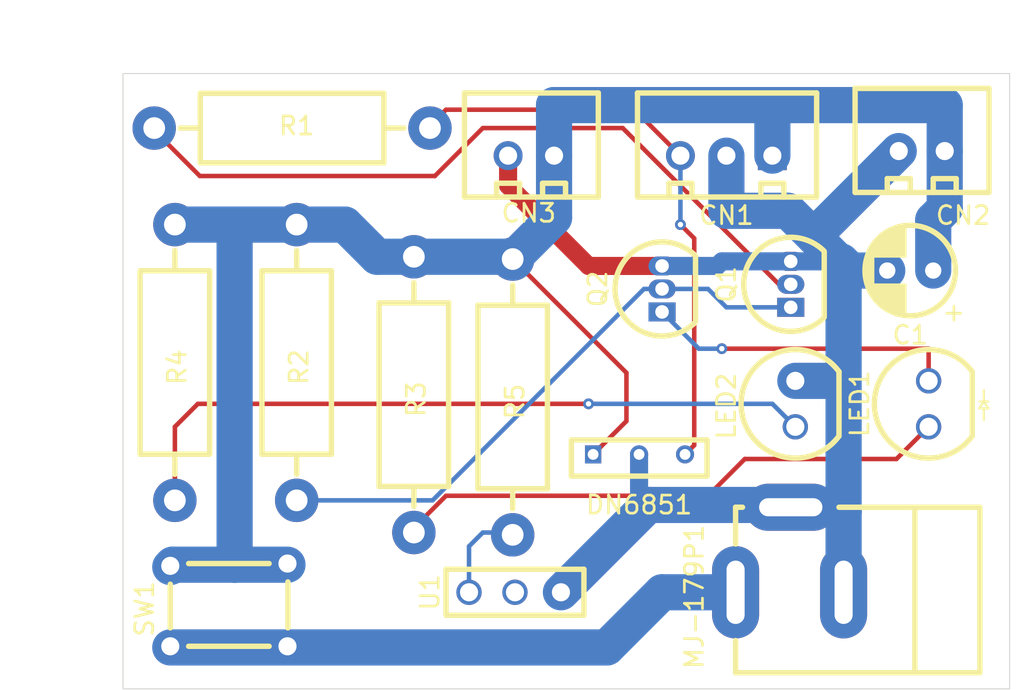
<source format=kicad_pcb>
(kicad_pcb (version 20171130) (host pcbnew "(5.1.10)-1")

  (general
    (thickness 1.6)
    (drawings 6)
    (tracks 92)
    (zones 0)
    (modules 17)
    (nets 11)
  )

  (page A4)
  (layers
    (0 F.Cu signal)
    (31 B.Cu signal)
    (32 B.Adhes user)
    (33 F.Adhes user)
    (34 B.Paste user)
    (35 F.Paste user)
    (36 B.SilkS user)
    (37 F.SilkS user)
    (38 B.Mask user)
    (39 F.Mask user)
    (40 Dwgs.User user)
    (41 Cmts.User user)
    (42 Eco1.User user)
    (43 Eco2.User user)
    (44 Edge.Cuts user)
    (45 Margin user)
    (46 B.CrtYd user)
    (47 F.CrtYd user)
    (48 B.Fab user)
    (49 F.Fab user)
  )

  (setup
    (last_trace_width 0.25)
    (trace_clearance 0.2)
    (zone_clearance 0.508)
    (zone_45_only no)
    (trace_min 0.2)
    (via_size 0.8)
    (via_drill 0.4)
    (via_min_size 0.4)
    (via_min_drill 0.3)
    (uvia_size 0.3)
    (uvia_drill 0.1)
    (uvias_allowed no)
    (uvia_min_size 0.2)
    (uvia_min_drill 0.1)
    (edge_width 0.05)
    (segment_width 0.2)
    (pcb_text_width 0.3)
    (pcb_text_size 1.5 1.5)
    (mod_edge_width 0.12)
    (mod_text_size 1 1)
    (mod_text_width 0.15)
    (pad_size 1.524 1.524)
    (pad_drill 0.762)
    (pad_to_mask_clearance 0)
    (aux_axis_origin 0 0)
    (visible_elements 7FFFFFFF)
    (pcbplotparams
      (layerselection 0x010fc_ffffffff)
      (usegerberextensions false)
      (usegerberattributes true)
      (usegerberadvancedattributes true)
      (creategerberjobfile true)
      (excludeedgelayer true)
      (linewidth 0.100000)
      (plotframeref false)
      (viasonmask false)
      (mode 1)
      (useauxorigin false)
      (hpglpennumber 1)
      (hpglpenspeed 20)
      (hpglpendiameter 15.000000)
      (psnegative false)
      (psa4output false)
      (plotreference true)
      (plotvalue true)
      (plotinvisibletext false)
      (padsonsilk false)
      (subtractmaskfromsilk false)
      (outputformat 1)
      (mirror false)
      (drillshape 1)
      (scaleselection 1)
      (outputdirectory ""))
  )

  (net 0 "")
  (net 1 GND)
  (net 2 +9V)
  (net 3 "Net-(CN1-Pad3)")
  (net 4 "Net-(MJ-179P1-Pad1)")
  (net 5 "Net-(Q1-Pad1)")
  (net 6 "Net-(Q1-Pad2)")
  (net 7 "Net-(R5-Pad2)")
  (net 8 "Net-(LED1-Pad1)")
  (net 9 "Net-(LED1-Pad2)")
  (net 10 "Net-(LED2-Pad2)")

  (net_class Default "This is the default net class."
    (clearance 0.2)
    (trace_width 0.25)
    (via_dia 0.8)
    (via_drill 0.4)
    (uvia_dia 0.3)
    (uvia_drill 0.1)
    (add_net +9V)
    (add_net GND)
    (add_net "Net-(CN1-Pad3)")
    (add_net "Net-(LED1-Pad1)")
    (add_net "Net-(LED1-Pad2)")
    (add_net "Net-(LED2-Pad2)")
    (add_net "Net-(MJ-179P1-Pad1)")
    (add_net "Net-(Q1-Pad1)")
    (add_net "Net-(Q1-Pad2)")
    (add_net "Net-(R5-Pad2)")
  )

  (module socket:socket-3pins (layer F.Cu) (tedit 60CFF223) (tstamp 60CEFFE7)
    (at 147.066 97.536 90)
    (path /60CEBEF9)
    (fp_text reference U1 (at 0 -4.699 90) (layer F.SilkS)
      (effects (font (size 1 1) (thickness 0.15)))
    )
    (fp_text value coil (at 0 4.953 90) (layer F.Fab)
      (effects (font (size 1 1) (thickness 0.15)))
    )
    (fp_line (start 1.27 3.81) (end 1.27 -3.81) (layer F.SilkS) (width 0.3))
    (fp_line (start -1.27 3.81) (end -1.27 -3.81) (layer F.SilkS) (width 0.3))
    (fp_line (start 1.27 3.81) (end -1.27 3.81) (layer F.SilkS) (width 0.3))
    (fp_line (start 1.27 -3.81) (end -1.27 -3.81) (layer F.SilkS) (width 0.3))
    (pad 3 thru_hole circle (at 0 2.54 90) (size 1.4 1.4) (drill 1) (layers *.Cu *.Mask)
      (net 1 GND))
    (pad 2 thru_hole circle (at 0 0 90) (size 1.4 1.4) (drill 1) (layers *.Cu *.Mask))
    (pad 1 thru_hole circle (at 0 -2.54 90) (size 1.4 1.4) (drill 1) (layers *.Cu *.Mask)
      (net 7 "Net-(R5-Pad2)"))
  )

  (module Package_TO_SOT_THT:TO-92_Inline (layer F.Cu) (tedit 60CFF1CE) (tstamp 60CEFF55)
    (at 155.194 82.042 90)
    (descr "TO-92 leads in-line, narrow, oval pads, drill 0.75mm (see NXP sot054_po.pdf)")
    (tags "to-92 sc-43 sc-43a sot54 PA33 transistor")
    (path /60D57C4B)
    (fp_text reference Q2 (at 1.27 -3.56 90) (layer F.SilkS)
      (effects (font (size 1 1) (thickness 0.15)))
    )
    (fp_text value 2SC1815 (at 1.27 2.79 90) (layer F.Fab)
      (effects (font (size 1 1) (thickness 0.15)))
    )
    (fp_arc (start 1.27 0) (end 1.27 -2.6) (angle 135) (layer F.SilkS) (width 0.3))
    (fp_arc (start 1.27 0) (end 1.27 -2.48) (angle -135) (layer F.Fab) (width 0.1))
    (fp_arc (start 1.27 0) (end 1.27 -2.6) (angle -135) (layer F.SilkS) (width 0.3))
    (fp_arc (start 1.27 0) (end 1.27 -2.48) (angle 135) (layer F.Fab) (width 0.1))
    (fp_text user %R (at 1.27 0 90) (layer F.Fab)
      (effects (font (size 1 1) (thickness 0.15)))
    )
    (fp_line (start -0.53 1.85) (end 3.07 1.85) (layer F.SilkS) (width 0.3))
    (fp_line (start -0.5 1.75) (end 3 1.75) (layer F.Fab) (width 0.1))
    (fp_line (start -1.46 -2.73) (end 4 -2.73) (layer F.CrtYd) (width 0.05))
    (fp_line (start -1.46 -2.73) (end -1.46 2.01) (layer F.CrtYd) (width 0.05))
    (fp_line (start 4 2.01) (end 4 -2.73) (layer F.CrtYd) (width 0.05))
    (fp_line (start 4 2.01) (end -1.46 2.01) (layer F.CrtYd) (width 0.05))
    (pad 1 thru_hole rect (at 0 0 90) (size 1.05 1.5) (drill 0.75) (layers *.Cu *.Mask)
      (net 8 "Net-(LED1-Pad1)"))
    (pad 3 thru_hole oval (at 2.54 0 90) (size 1.05 1.5) (drill 0.75) (layers *.Cu *.Mask)
      (net 1 GND))
    (pad 2 thru_hole oval (at 1.27 0 90) (size 1.05 1.5) (drill 0.75) (layers *.Cu *.Mask)
      (net 5 "Net-(Q1-Pad1)"))
    (model ${KISYS3DMOD}/Package_TO_SOT_THT.3dshapes/TO-92_Inline.wrl
      (at (xyz 0 0 0))
      (scale (xyz 1 1 1))
      (rotate (xyz 0 0 0))
    )
  )

  (module Package_TO_SOT_THT:TO-92_Inline (layer F.Cu) (tedit 60CFF1B3) (tstamp 60CEFF43)
    (at 162.306 81.788 90)
    (descr "TO-92 leads in-line, narrow, oval pads, drill 0.75mm (see NXP sot054_po.pdf)")
    (tags "to-92 sc-43 sc-43a sot54 PA33 transistor")
    (path /60D51530)
    (fp_text reference Q1 (at 1.27 -3.56 90) (layer F.SilkS)
      (effects (font (size 1 1) (thickness 0.15)))
    )
    (fp_text value 2SC1815 (at 1.27 2.79 90) (layer F.Fab)
      (effects (font (size 1 1) (thickness 0.15)))
    )
    (fp_arc (start 1.27 0) (end 1.27 -2.6) (angle 135) (layer F.SilkS) (width 0.3))
    (fp_arc (start 1.27 0) (end 1.27 -2.48) (angle -135) (layer F.Fab) (width 0.1))
    (fp_arc (start 1.27 0) (end 1.27 -2.6) (angle -135) (layer F.SilkS) (width 0.3))
    (fp_arc (start 1.27 0) (end 1.27 -2.48) (angle 135) (layer F.Fab) (width 0.1))
    (fp_text user %R (at 1.27 0 90) (layer F.Fab)
      (effects (font (size 1 1) (thickness 0.15)))
    )
    (fp_line (start -0.53 1.85) (end 3.07 1.85) (layer F.SilkS) (width 0.3))
    (fp_line (start -0.5 1.75) (end 3 1.75) (layer F.Fab) (width 0.1))
    (fp_line (start -1.46 -2.73) (end 4 -2.73) (layer F.CrtYd) (width 0.05))
    (fp_line (start -1.46 -2.73) (end -1.46 2.01) (layer F.CrtYd) (width 0.05))
    (fp_line (start 4 2.01) (end 4 -2.73) (layer F.CrtYd) (width 0.05))
    (fp_line (start 4 2.01) (end -1.46 2.01) (layer F.CrtYd) (width 0.05))
    (pad 1 thru_hole rect (at 0 0 90) (size 1.05 1.5) (drill 0.75) (layers *.Cu *.Mask)
      (net 5 "Net-(Q1-Pad1)"))
    (pad 3 thru_hole oval (at 2.54 0 90) (size 1.05 1.5) (drill 0.75) (layers *.Cu *.Mask)
      (net 1 GND))
    (pad 2 thru_hole oval (at 1.27 0 90) (size 1.05 1.5) (drill 0.75) (layers *.Cu *.Mask)
      (net 6 "Net-(Q1-Pad2)"))
    (model ${KISYS3DMOD}/Package_TO_SOT_THT.3dshapes/TO-92_Inline.wrl
      (at (xyz 0 0 0))
      (scale (xyz 1 1 1))
      (rotate (xyz 0 0 0))
    )
  )

  (module Switch_skhhby:SKHHBY (layer F.Cu) (tedit 60CFEFF2) (tstamp 60D06D2A)
    (at 131.318 98.2345 90)
    (path /60CD4B48)
    (fp_text reference SW1 (at -0.2159 -4.7244 90) (layer F.SilkS)
      (effects (font (size 1 1) (thickness 0.15)))
    )
    (fp_text value SKHHBY (at 0 5.334 90) (layer F.Fab)
      (effects (font (size 1 1) (thickness 0.15)))
    )
    (fp_line (start -1.27 3.198) (end 1.27 3.198) (layer F.SilkS) (width 0.3))
    (fp_line (start 2.286 -2.286) (end 2.286 2.159) (layer F.SilkS) (width 0.3))
    (fp_line (start -2.286 -2.286) (end -2.286 2.159) (layer F.SilkS) (width 0.3))
    (fp_line (start -1.27 -3.302) (end 1.143 -3.302) (layer F.SilkS) (width 0.3))
    (pad 1 thru_hole circle (at -2.286 -3.302 90) (size 1.7 1.7) (drill 1) (layers *.Cu *.Mask)
      (net 4 "Net-(MJ-179P1-Pad1)"))
    (pad 3 thru_hole circle (at 2.159 -3.302 90) (size 1.7 1.7) (drill 1) (layers *.Cu *.Mask)
      (net 2 +9V))
    (pad 2 thru_hole circle (at -2.286 3.175 90) (size 1.7 1.7) (drill 1) (layers *.Cu *.Mask)
      (net 4 "Net-(MJ-179P1-Pad1)"))
    (pad 4 thru_hole circle (at 2.286 3.175 90) (size 1.7 1.7) (drill 1) (layers *.Cu *.Mask)
      (net 2 +9V))
  )

  (module dn6851:DN6851 (layer F.Cu) (tedit 60CFEF84) (tstamp 60CEFF1B)
    (at 153.924 89.916 90)
    (path /60CC7EAF)
    (fp_text reference DN6851 (at -2.794 0 180) (layer F.SilkS)
      (effects (font (size 1 1) (thickness 0.15)))
    )
    (fp_text value DN685 (at 0 3.556 90) (layer F.Fab)
      (effects (font (size 1 1) (thickness 0.15)))
    )
    (fp_line (start 0.762 -3.74) (end -1.2 -3.74) (layer F.SilkS) (width 0.3))
    (fp_line (start 0.8 -3.74) (end 0.8 3.7592) (layer F.SilkS) (width 0.3))
    (fp_line (start 0.8 3.7592) (end -1.2 3.7592) (layer F.SilkS) (width 0.3))
    (fp_line (start -1.2 -3.74) (end -1.2 3.7592) (layer F.SilkS) (width 0.3))
    (pad 1 thru_hole rect (at 0 -2.54 90) (size 1 0.9) (drill 0.6) (layers *.Cu *.Mask)
      (net 2 +9V))
    (pad 2 thru_hole circle (at 0 0 90) (size 1 1) (drill 0.6) (layers *.Cu *.Mask)
      (net 1 GND))
    (pad 3 thru_hole circle (at 0 2.54 90) (size 1 1) (drill 0.6) (layers *.Cu *.Mask)
      (net 3 "Net-(CN1-Pad3)"))
  )

  (module R:R (layer F.Cu) (tedit 60CFE3D8) (tstamp 60D05A2B)
    (at 146.939 79.121 270)
    (path /60D144BA)
    (fp_text reference R5 (at 7.874 -0.127 90) (layer F.SilkS)
      (effects (font (size 1 1) (thickness 0.15)))
    )
    (fp_text value 200 (at 7.366 -2.913 90) (layer F.Fab)
      (effects (font (size 1 1) (thickness 0.15)))
    )
    (fp_line (start 0 0) (end 2.67 0) (layer F.Fab) (width 0.1))
    (fp_line (start -1.45 2.05) (end 16.69 2.05) (layer F.CrtYd) (width 0.05))
    (fp_line (start 2.55 -1.92) (end 2.55 1.92) (layer F.SilkS) (width 0.3))
    (fp_line (start 12.69 -1.92) (end 2.55 -1.92) (layer F.SilkS) (width 0.3))
    (fp_line (start 13.8 0) (end 12.69 0) (layer F.SilkS) (width 0.3))
    (fp_line (start 2.67 1.8) (end 12.57 1.8) (layer F.Fab) (width 0.1))
    (fp_line (start -1.45 -2.05) (end -1.45 2.05) (layer F.CrtYd) (width 0.05))
    (fp_line (start 1.44 0) (end 2.55 0) (layer F.SilkS) (width 0.3))
    (fp_line (start 16.69 -2.05) (end -1.45 -2.05) (layer F.CrtYd) (width 0.05))
    (fp_line (start 15.24 0) (end 12.57 0) (layer F.Fab) (width 0.1))
    (fp_line (start 2.67 -1.8) (end 2.67 1.8) (layer F.Fab) (width 0.1))
    (fp_line (start 2.55 1.92) (end 12.69 1.92) (layer F.SilkS) (width 0.3))
    (fp_line (start 12.57 1.8) (end 12.57 -1.8) (layer F.Fab) (width 0.1))
    (fp_line (start 12.57 -1.8) (end 2.67 -1.8) (layer F.Fab) (width 0.1))
    (fp_line (start 12.69 1.92) (end 12.69 -1.92) (layer F.SilkS) (width 0.3))
    (fp_line (start 16.69 2.05) (end 16.69 -2.05) (layer F.CrtYd) (width 0.05))
    (pad 2 thru_hole oval (at 15.24 0 270) (size 2.4 2.4) (drill 1.2) (layers *.Cu *.Mask)
      (net 7 "Net-(R5-Pad2)"))
    (pad 1 thru_hole circle (at 0 0 270) (size 2.4 2.4) (drill 1.2) (layers *.Cu *.Mask)
      (net 2 +9V))
  )

  (module R:R (layer F.Cu) (tedit 60CFE3D8) (tstamp 60D054E5)
    (at 141.478 78.994 270)
    (path /60CD9F22)
    (fp_text reference R3 (at 7.874 -0.127 90) (layer F.SilkS)
      (effects (font (size 1 1) (thickness 0.15)))
    )
    (fp_text value 7.2k (at 7.366 -2.913 90) (layer F.Fab)
      (effects (font (size 1 1) (thickness 0.15)))
    )
    (fp_line (start 0 0) (end 2.67 0) (layer F.Fab) (width 0.1))
    (fp_line (start -1.45 2.05) (end 16.69 2.05) (layer F.CrtYd) (width 0.05))
    (fp_line (start 2.55 -1.92) (end 2.55 1.92) (layer F.SilkS) (width 0.3))
    (fp_line (start 12.69 -1.92) (end 2.55 -1.92) (layer F.SilkS) (width 0.3))
    (fp_line (start 13.8 0) (end 12.69 0) (layer F.SilkS) (width 0.3))
    (fp_line (start 2.67 1.8) (end 12.57 1.8) (layer F.Fab) (width 0.1))
    (fp_line (start -1.45 -2.05) (end -1.45 2.05) (layer F.CrtYd) (width 0.05))
    (fp_line (start 1.44 0) (end 2.55 0) (layer F.SilkS) (width 0.3))
    (fp_line (start 16.69 -2.05) (end -1.45 -2.05) (layer F.CrtYd) (width 0.05))
    (fp_line (start 15.24 0) (end 12.57 0) (layer F.Fab) (width 0.1))
    (fp_line (start 2.67 -1.8) (end 2.67 1.8) (layer F.Fab) (width 0.1))
    (fp_line (start 2.55 1.92) (end 12.69 1.92) (layer F.SilkS) (width 0.3))
    (fp_line (start 12.57 1.8) (end 12.57 -1.8) (layer F.Fab) (width 0.1))
    (fp_line (start 12.57 -1.8) (end 2.67 -1.8) (layer F.Fab) (width 0.1))
    (fp_line (start 12.69 1.92) (end 12.69 -1.92) (layer F.SilkS) (width 0.3))
    (fp_line (start 16.69 2.05) (end 16.69 -2.05) (layer F.CrtYd) (width 0.05))
    (pad 2 thru_hole oval (at 15.24 0 270) (size 2.4 2.4) (drill 1.2) (layers *.Cu *.Mask)
      (net 9 "Net-(LED1-Pad2)"))
    (pad 1 thru_hole circle (at 0 0 270) (size 2.4 2.4) (drill 1.2) (layers *.Cu *.Mask)
      (net 2 +9V))
  )

  (module R:R (layer F.Cu) (tedit 60CFE3D8) (tstamp 60D04DD2)
    (at 135.001 77.216 270)
    (path /60CE4FF8)
    (fp_text reference R2 (at 7.874 -0.127 90) (layer F.SilkS)
      (effects (font (size 1 1) (thickness 0.15)))
    )
    (fp_text value 10k (at 7.366 -2.913 90) (layer F.Fab)
      (effects (font (size 1 1) (thickness 0.15)))
    )
    (fp_line (start 0 0) (end 2.67 0) (layer F.Fab) (width 0.1))
    (fp_line (start -1.45 2.05) (end 16.69 2.05) (layer F.CrtYd) (width 0.05))
    (fp_line (start 2.55 -1.92) (end 2.55 1.92) (layer F.SilkS) (width 0.3))
    (fp_line (start 12.69 -1.92) (end 2.55 -1.92) (layer F.SilkS) (width 0.3))
    (fp_line (start 13.8 0) (end 12.69 0) (layer F.SilkS) (width 0.3))
    (fp_line (start 2.67 1.8) (end 12.57 1.8) (layer F.Fab) (width 0.1))
    (fp_line (start -1.45 -2.05) (end -1.45 2.05) (layer F.CrtYd) (width 0.05))
    (fp_line (start 1.44 0) (end 2.55 0) (layer F.SilkS) (width 0.3))
    (fp_line (start 16.69 -2.05) (end -1.45 -2.05) (layer F.CrtYd) (width 0.05))
    (fp_line (start 15.24 0) (end 12.57 0) (layer F.Fab) (width 0.1))
    (fp_line (start 2.67 -1.8) (end 2.67 1.8) (layer F.Fab) (width 0.1))
    (fp_line (start 2.55 1.92) (end 12.69 1.92) (layer F.SilkS) (width 0.3))
    (fp_line (start 12.57 1.8) (end 12.57 -1.8) (layer F.Fab) (width 0.1))
    (fp_line (start 12.57 -1.8) (end 2.67 -1.8) (layer F.Fab) (width 0.1))
    (fp_line (start 12.69 1.92) (end 12.69 -1.92) (layer F.SilkS) (width 0.3))
    (fp_line (start 16.69 2.05) (end 16.69 -2.05) (layer F.CrtYd) (width 0.05))
    (pad 2 thru_hole oval (at 15.24 0 270) (size 2.4 2.4) (drill 1.2) (layers *.Cu *.Mask)
      (net 5 "Net-(Q1-Pad1)"))
    (pad 1 thru_hole circle (at 0 0 270) (size 2.4 2.4) (drill 1.2) (layers *.Cu *.Mask)
      (net 2 +9V))
  )

  (module R:R (layer F.Cu) (tedit 60CFE3D8) (tstamp 60D049D6)
    (at 128.27 77.216 270)
    (path /60CEBE01)
    (fp_text reference R4 (at 7.874 -0.127 90) (layer F.SilkS)
      (effects (font (size 1 1) (thickness 0.15)))
    )
    (fp_text value 7.4k (at 7.366 -2.913 90) (layer F.Fab)
      (effects (font (size 1 1) (thickness 0.15)))
    )
    (fp_line (start 0 0) (end 2.67 0) (layer F.Fab) (width 0.1))
    (fp_line (start -1.45 2.05) (end 16.69 2.05) (layer F.CrtYd) (width 0.05))
    (fp_line (start 2.55 -1.92) (end 2.55 1.92) (layer F.SilkS) (width 0.3))
    (fp_line (start 12.69 -1.92) (end 2.55 -1.92) (layer F.SilkS) (width 0.3))
    (fp_line (start 13.8 0) (end 12.69 0) (layer F.SilkS) (width 0.3))
    (fp_line (start 2.67 1.8) (end 12.57 1.8) (layer F.Fab) (width 0.1))
    (fp_line (start -1.45 -2.05) (end -1.45 2.05) (layer F.CrtYd) (width 0.05))
    (fp_line (start 1.44 0) (end 2.55 0) (layer F.SilkS) (width 0.3))
    (fp_line (start 16.69 -2.05) (end -1.45 -2.05) (layer F.CrtYd) (width 0.05))
    (fp_line (start 15.24 0) (end 12.57 0) (layer F.Fab) (width 0.1))
    (fp_line (start 2.67 -1.8) (end 2.67 1.8) (layer F.Fab) (width 0.1))
    (fp_line (start 2.55 1.92) (end 12.69 1.92) (layer F.SilkS) (width 0.3))
    (fp_line (start 12.57 1.8) (end 12.57 -1.8) (layer F.Fab) (width 0.1))
    (fp_line (start 12.57 -1.8) (end 2.67 -1.8) (layer F.Fab) (width 0.1))
    (fp_line (start 12.69 1.92) (end 12.69 -1.92) (layer F.SilkS) (width 0.3))
    (fp_line (start 16.69 2.05) (end 16.69 -2.05) (layer F.CrtYd) (width 0.05))
    (pad 2 thru_hole oval (at 15.24 0 270) (size 2.4 2.4) (drill 1.2) (layers *.Cu *.Mask)
      (net 10 "Net-(LED2-Pad2)"))
    (pad 1 thru_hole circle (at 0 0 270) (size 2.4 2.4) (drill 1.2) (layers *.Cu *.Mask)
      (net 2 +9V))
  )

  (module R:R (layer F.Cu) (tedit 60CFE3D8) (tstamp 60D04545)
    (at 127.127 71.882)
    (path /60CD1273)
    (fp_text reference R1 (at 7.874 -0.127) (layer F.SilkS)
      (effects (font (size 1 1) (thickness 0.15)))
    )
    (fp_text value 1k (at 7.366 -2.913) (layer F.Fab)
      (effects (font (size 1 1) (thickness 0.15)))
    )
    (fp_line (start 0 0) (end 2.67 0) (layer F.Fab) (width 0.1))
    (fp_line (start -1.45 2.05) (end 16.69 2.05) (layer F.CrtYd) (width 0.05))
    (fp_line (start 2.55 -1.92) (end 2.55 1.92) (layer F.SilkS) (width 0.3))
    (fp_line (start 12.69 -1.92) (end 2.55 -1.92) (layer F.SilkS) (width 0.3))
    (fp_line (start 13.8 0) (end 12.69 0) (layer F.SilkS) (width 0.3))
    (fp_line (start 2.67 1.8) (end 12.57 1.8) (layer F.Fab) (width 0.1))
    (fp_line (start -1.45 -2.05) (end -1.45 2.05) (layer F.CrtYd) (width 0.05))
    (fp_line (start 1.44 0) (end 2.55 0) (layer F.SilkS) (width 0.3))
    (fp_line (start 16.69 -2.05) (end -1.45 -2.05) (layer F.CrtYd) (width 0.05))
    (fp_line (start 15.24 0) (end 12.57 0) (layer F.Fab) (width 0.1))
    (fp_line (start 2.67 -1.8) (end 2.67 1.8) (layer F.Fab) (width 0.1))
    (fp_line (start 2.55 1.92) (end 12.69 1.92) (layer F.SilkS) (width 0.3))
    (fp_line (start 12.57 1.8) (end 12.57 -1.8) (layer F.Fab) (width 0.1))
    (fp_line (start 12.57 -1.8) (end 2.67 -1.8) (layer F.Fab) (width 0.1))
    (fp_line (start 12.69 1.92) (end 12.69 -1.92) (layer F.SilkS) (width 0.3))
    (fp_line (start 16.69 2.05) (end 16.69 -2.05) (layer F.CrtYd) (width 0.05))
    (pad 2 thru_hole oval (at 15.24 0) (size 2.4 2.4) (drill 1.2) (layers *.Cu *.Mask)
      (net 3 "Net-(CN1-Pad3)"))
    (pad 1 thru_hole circle (at 0 0) (size 2.4 2.4) (drill 1.2) (layers *.Cu *.Mask)
      (net 6 "Net-(Q1-Pad2)"))
  )

  (module Led-OS:led-os (layer F.Cu) (tedit 60CDEB28) (tstamp 60CEFF23)
    (at 162.56 87.122 90)
    (path /60CEBDFB)
    (fp_text reference LED2 (at -0.127 -3.81 90) (layer F.SilkS)
      (effects (font (size 1 1) (thickness 0.15)))
    )
    (fp_text value 1mA (at 0 4.445 90) (layer F.Fab)
      (effects (font (size 1 1) (thickness 0.15)))
    )
    (fp_line (start -1.778 2.413) (end 1.778 2.413) (layer F.SilkS) (width 0.3))
    (fp_arc (start 0 0) (end 1.778 2.413) (angle -286.7231479) (layer F.SilkS) (width 0.3))
    (pad 1 thru_hole circle (at 1.27 0 180) (size 1.4 1.4) (drill 1) (layers *.Cu *.Mask)
      (net 1 GND))
    (pad 2 thru_hole circle (at -1.27 0 180) (size 1.4 1.4) (drill 1) (layers *.Cu *.Mask)
      (net 10 "Net-(LED2-Pad2)"))
  )

  (module Led-OS:led-os (layer F.Cu) (tedit 60CE78DA) (tstamp 60CE7889)
    (at 169.926 87.122 90)
    (path /60CD36FB)
    (fp_text reference LED1 (at 0 -3.81 90) (layer F.SilkS)
      (effects (font (size 1 1) (thickness 0.15)))
    )
    (fp_text value 1mA (at 0 4.445 90) (layer F.Fab)
      (effects (font (size 1 1) (thickness 0.15)))
    )
    (fp_line (start 0.508 3.048) (end 0.762 3.048) (layer F.SilkS) (width 0.12))
    (fp_line (start 0.127 3.048) (end 0.508 3.048) (layer F.SilkS) (width 0.12))
    (fp_line (start 0.127 3.302) (end 0.127 3.048) (layer F.SilkS) (width 0.12))
    (fp_line (start 0.127 2.794) (end 0.127 3.302) (layer F.SilkS) (width 0.12))
    (fp_line (start -0.254 3.302) (end -0.254 3.048) (layer F.SilkS) (width 0.12))
    (fp_line (start 0.127 3.048) (end -0.254 3.302) (layer F.SilkS) (width 0.12))
    (fp_line (start -0.254 2.794) (end 0.127 3.048) (layer F.SilkS) (width 0.12))
    (fp_line (start -0.254 3.048) (end -0.254 2.794) (layer F.SilkS) (width 0.12))
    (fp_line (start -0.889 3.048) (end -0.254 3.048) (layer F.SilkS) (width 0.12))
    (fp_line (start -1.778 2.413) (end 1.778 2.413) (layer F.SilkS) (width 0.3))
    (fp_arc (start 0 0) (end 1.778 2.413) (angle -286.7231479) (layer F.SilkS) (width 0.3))
    (pad 1 thru_hole circle (at 1.27 0 180) (size 1.4 1.4) (drill 1) (layers *.Cu *.Mask)
      (net 8 "Net-(LED1-Pad1)"))
    (pad 2 thru_hole circle (at -1.27 0 180) (size 1.4 1.4) (drill 1) (layers *.Cu *.Mask)
      (net 9 "Net-(LED1-Pad2)"))
  )

  (module C_5x11:C_D5 (layer F.Cu) (tedit 60CE77F5) (tstamp 60CEFEDF)
    (at 168.91 79.756 180)
    (path /60CE80EA)
    (fp_text reference C1 (at 0 -3.564) (layer F.SilkS)
      (effects (font (size 1 1) (thickness 0.15)))
    )
    (fp_text value 100uF/16V (at 0 3.81) (layer F.Fab)
      (effects (font (size 1 1) (thickness 0.15)))
    )
    (fp_poly (pts (xy 0.889 -2.413) (xy 1.778 -1.778) (xy 2.413 -0.762) (xy 2.413 0.762)
      (xy 1.651 2.032) (xy 0.254 2.413) (xy 0.254 0.762) (xy 2.032 0.762)
      (xy 2.032 -0.762) (xy 0.254 -0.762) (xy 0.254 -2.54)) (layer F.SilkS) (width 0.1))
    (fp_circle (center 0 0) (end 2.5 0) (layer F.SilkS) (width 0.3))
    (fp_text user + (at -2.413 -2.286) (layer F.SilkS)
      (effects (font (size 1 1) (thickness 0.15)))
    )
    (pad 2 thru_hole circle (at 1.27 0 180) (size 1.3 1.3) (drill 0.9) (layers *.Cu *.Mask)
      (net 1 GND))
    (pad 1 thru_hole circle (at -1.27 0 180) (size 1.3 1.3) (drill 0.9) (layers *.Cu *.Mask)
      (net 2 +9V))
  )

  (module XH_connector:XH-2pins (layer F.Cu) (tedit 60CC446D) (tstamp 60CE7B0B)
    (at 169.418 73.152 270)
    (path /60CD52D8)
    (fp_text reference CN2 (at 3.556 -2.413 180) (layer F.SilkS)
      (effects (font (size 1 1) (thickness 0.15)))
    )
    (fp_text value B2B-XH-A (at 1.397 4.572 90) (layer F.Fab)
      (effects (font (size 1 1) (thickness 0.15)))
    )
    (fp_line (start -3.464 3.556) (end 2.286 3.556) (layer F.SilkS) (width 0.3))
    (fp_line (start 2.286 -3.844) (end 2.286 3.556) (layer F.SilkS) (width 0.3))
    (fp_line (start -3.464 -3.844) (end 2.286 -3.844) (layer F.SilkS) (width 0.3))
    (fp_line (start -3.464 -3.844) (end -3.464 3.556) (layer F.SilkS) (width 0.3))
    (fp_line (start 2.286 -2.032) (end 1.524 -2.032) (layer F.SilkS) (width 0.3))
    (fp_line (start 1.524 -2.032) (end 1.524 -0.762) (layer F.SilkS) (width 0.3))
    (fp_line (start 1.524 -0.762) (end 2.286 -0.762) (layer F.SilkS) (width 0.3))
    (fp_line (start 2.286 0.508) (end 1.524 0.508) (layer F.SilkS) (width 0.3))
    (fp_line (start 1.524 0.508) (end 1.524 1.778) (layer F.SilkS) (width 0.3))
    (fp_line (start 1.524 1.778) (end 2.286 1.778) (layer F.SilkS) (width 0.3))
    (pad 1 thru_hole rect (at 0 -1.397 270) (size 1.6 1.6) (drill 1) (layers *.Cu *.Mask)
      (net 2 +9V))
    (pad 2 thru_hole circle (at 0 1.143 270) (size 1.6 1.6) (drill 1) (layers *.Cu *.Mask)
      (net 1 GND))
  )

  (module mj-179p:MJ179P (layer F.Cu) (tedit 60CC4C4E) (tstamp 60CEFF31)
    (at 159.258 97.536 90)
    (path /60CFCFE4)
    (fp_text reference MJ-179P1 (at -0.254 -2.286 90) (layer F.SilkS)
      (effects (font (size 1 1) (thickness 0.15)))
    )
    (fp_text value MJ-179P (at 0 14.732 90) (layer F.Fab)
      (effects (font (size 1 1) (thickness 0.15)))
    )
    (fp_line (start 2.667 0) (end 4.699 0) (layer F.SilkS) (width 0.3))
    (fp_line (start -4.445 0) (end -2.667 0) (layer F.SilkS) (width 0.3))
    (fp_line (start -4.445 0) (end -4.445 13.5) (layer F.SilkS) (width 0.3))
    (fp_line (start 4.699 9.906) (end -4.445 9.906) (layer F.SilkS) (width 0.3))
    (fp_line (start 4.699 0.381) (end 4.699 0) (layer F.SilkS) (width 0.3))
    (fp_line (start 4.699 5.715) (end 4.699 13.5) (layer F.SilkS) (width 0.3))
    (fp_line (start 4.699 13.5) (end -4.445 13.5) (layer F.SilkS) (width 0.3))
    (pad 1 thru_hole oval (at 0 0 180) (size 2.6 5.1) (drill oval 1 3.5) (layers *.Cu *.Mask)
      (net 4 "Net-(MJ-179P1-Pad1)"))
    (pad 3 thru_hole oval (at 4.699 3.048 90) (size 2.6 5.1) (drill oval 1 3.5) (layers *.Cu *.Mask)
      (net 1 GND))
    (pad 2 thru_hole oval (at 0 5.969 180) (size 2.6 5.1) (drill oval 1 3.5) (layers *.Cu *.Mask)
      (net 1 GND))
  )

  (module XH_connector:XH-2pins (layer F.Cu) (tedit 60CC446D) (tstamp 60CEFF10)
    (at 147.828 73.406 270)
    (path /60CDE710)
    (fp_text reference CN3 (at 3.175 0 180) (layer F.SilkS)
      (effects (font (size 1 1) (thickness 0.15)))
    )
    (fp_text value B2B-XH-A (at 0 4.699 90) (layer F.Fab)
      (effects (font (size 1 1) (thickness 0.15)))
    )
    (fp_line (start -3.464 3.556) (end 2.286 3.556) (layer F.SilkS) (width 0.3))
    (fp_line (start 2.286 -3.844) (end 2.286 3.556) (layer F.SilkS) (width 0.3))
    (fp_line (start -3.464 -3.844) (end 2.286 -3.844) (layer F.SilkS) (width 0.3))
    (fp_line (start -3.464 -3.844) (end -3.464 3.556) (layer F.SilkS) (width 0.3))
    (fp_line (start 2.286 -2.032) (end 1.524 -2.032) (layer F.SilkS) (width 0.3))
    (fp_line (start 1.524 -2.032) (end 1.524 -0.762) (layer F.SilkS) (width 0.3))
    (fp_line (start 1.524 -0.762) (end 2.286 -0.762) (layer F.SilkS) (width 0.3))
    (fp_line (start 2.286 0.508) (end 1.524 0.508) (layer F.SilkS) (width 0.3))
    (fp_line (start 1.524 0.508) (end 1.524 1.778) (layer F.SilkS) (width 0.3))
    (fp_line (start 1.524 1.778) (end 2.286 1.778) (layer F.SilkS) (width 0.3))
    (pad 1 thru_hole rect (at 0 -1.397 270) (size 1.6 1.6) (drill 1) (layers *.Cu *.Mask)
      (net 2 +9V))
    (pad 2 thru_hole circle (at 0 1.143 270) (size 1.6 1.6) (drill 1) (layers *.Cu *.Mask)
      (net 1 GND))
  )

  (module XH_connector:XH-3pins (layer F.Cu) (tedit 60CC4462) (tstamp 60CEFEF0)
    (at 158.75 73.406 270)
    (path /60DB2A22)
    (fp_text reference CN1 (at 3.302 0 180) (layer F.SilkS)
      (effects (font (size 1 1) (thickness 0.15)))
    )
    (fp_text value B3B-XH-A (at 0.889 6.096 90) (layer F.Fab)
      (effects (font (size 1 1) (thickness 0.15)))
    )
    (fp_line (start -3.464 -4.987) (end -3.464 4.913) (layer F.SilkS) (width 0.3))
    (fp_line (start 2.286 -4.987) (end 2.286 4.913) (layer F.SilkS) (width 0.3))
    (fp_line (start -3.464 4.913) (end 2.286 4.913) (layer F.SilkS) (width 0.3))
    (fp_line (start 2.286 -3.175) (end 1.524 -3.175) (layer F.SilkS) (width 0.3))
    (fp_line (start 1.524 -3.175) (end 1.524 -1.905) (layer F.SilkS) (width 0.3))
    (fp_line (start 1.524 1.905) (end 1.524 3.175) (layer F.SilkS) (width 0.3))
    (fp_line (start -3.464 -4.987) (end 2.286 -4.987) (layer F.SilkS) (width 0.3))
    (fp_line (start 1.524 3.175) (end 2.286 3.175) (layer F.SilkS) (width 0.3))
    (fp_line (start 1.524 -1.905) (end 2.286 -1.905) (layer F.SilkS) (width 0.3))
    (fp_line (start 2.286 1.905) (end 1.524 1.905) (layer F.SilkS) (width 0.3))
    (pad 2 thru_hole circle (at 0 0 270) (size 1.6 1.6) (drill 1) (layers *.Cu *.Mask)
      (net 1 GND))
    (pad 1 thru_hole rect (at 0 -2.54 270) (size 1.6 1.6) (drill 1) (layers *.Cu *.Mask)
      (net 2 +9V))
    (pad 3 thru_hole circle (at 0 2.54 270) (size 1.6 1.6) (drill 1) (layers *.Cu *.Mask)
      (net 3 "Net-(CN1-Pad3)"))
  )

  (dimension 49 (width 0.15) (layer Dwgs.User)
    (gr_text "49.000 mm" (at 149.903 65.502) (layer Dwgs.User)
      (effects (font (size 1 1) (thickness 0.15)))
    )
    (feature1 (pts (xy 174.403 68.87) (xy 174.403 66.215579)))
    (feature2 (pts (xy 125.403 68.87) (xy 125.403 66.215579)))
    (crossbar (pts (xy 125.403 66.802) (xy 174.403 66.802)))
    (arrow1a (pts (xy 174.403 66.802) (xy 173.276496 67.388421)))
    (arrow1b (pts (xy 174.403 66.802) (xy 173.276496 66.215579)))
    (arrow2a (pts (xy 125.403 66.802) (xy 126.529504 67.388421)))
    (arrow2b (pts (xy 125.403 66.802) (xy 126.529504 66.215579)))
  )
  (dimension 34 (width 0.15) (layer Dwgs.User)
    (gr_text "34.000 mm" (at 122.271 85.87 90) (layer Dwgs.User)
      (effects (font (size 1 1) (thickness 0.15)))
    )
    (feature1 (pts (xy 125.403 68.87) (xy 122.984579 68.87)))
    (feature2 (pts (xy 125.403 102.87) (xy 122.984579 102.87)))
    (crossbar (pts (xy 123.571 102.87) (xy 123.571 68.87)))
    (arrow1a (pts (xy 123.571 68.87) (xy 124.157421 69.996504)))
    (arrow1b (pts (xy 123.571 68.87) (xy 122.984579 69.996504)))
    (arrow2a (pts (xy 123.571 102.87) (xy 124.157421 101.743496)))
    (arrow2b (pts (xy 123.571 102.87) (xy 122.984579 101.743496)))
  )
  (gr_line (start 125.403 68.87) (end 174.403 68.87) (layer Edge.Cuts) (width 0.05) (tstamp 60CEDB65))
  (gr_line (start 125.403 102.87) (end 125.403 68.87) (layer Edge.Cuts) (width 0.05))
  (gr_line (start 174.403 102.87) (end 125.403 102.87) (layer Edge.Cuts) (width 0.05))
  (gr_line (start 174.403 68.87) (end 174.403 102.87) (layer Edge.Cuts) (width 0.05))

  (segment (start 165.227 97.536) (end 165.227 93.091) (width 2) (layer B.Cu) (net 1))
  (segment (start 164.973 92.837) (end 162.306 92.837) (width 2) (layer B.Cu) (net 1))
  (segment (start 165.227 93.091) (end 164.973 92.837) (width 2) (layer B.Cu) (net 1))
  (segment (start 167.64 79.756) (end 165.608 79.756) (width 2) (layer B.Cu) (net 1))
  (segment (start 162.56 85.852) (end 165.1 85.852) (width 2) (layer B.Cu) (net 1))
  (segment (start 149.606 97.536) (end 154.432 92.71) (width 2) (layer B.Cu) (net 1))
  (segment (start 162.179 92.71) (end 162.306 92.837) (width 2) (layer B.Cu) (net 1))
  (segment (start 154.432 92.71) (end 162.179 92.71) (width 2) (layer B.Cu) (net 1))
  (segment (start 153.924 92.202) (end 154.432 92.71) (width 0.25) (layer B.Cu) (net 1))
  (segment (start 153.924 89.916) (end 153.924 92.202) (width 1) (layer B.Cu) (net 1))
  (segment (start 165.227 80.137) (end 165.608 79.756) (width 2) (layer B.Cu) (net 1))
  (segment (start 165.227 93.091) (end 165.227 80.137) (width 2) (layer B.Cu) (net 1))
  (segment (start 165.608 79.756) (end 165.454998 79.756) (width 2) (layer B.Cu) (net 1))
  (segment (start 162.152998 76.454) (end 158.75 76.454) (width 2) (layer B.Cu) (net 1))
  (segment (start 158.75 76.454) (end 158.75 73.406) (width 2) (layer B.Cu) (net 1))
  (segment (start 155.194 79.502) (end 158.242 79.502) (width 1) (layer B.Cu) (net 1))
  (segment (start 158.496 79.248) (end 162.306 79.248) (width 1) (layer B.Cu) (net 1))
  (segment (start 158.242 79.502) (end 158.496 79.248) (width 1) (layer B.Cu) (net 1))
  (segment (start 165.1 79.248) (end 165.608 79.756) (width 2) (layer B.Cu) (net 1))
  (segment (start 162.306 79.248) (end 165.1 79.248) (width 1) (layer B.Cu) (net 1))
  (segment (start 163.626499 77.927501) (end 162.152998 76.454) (width 2) (layer B.Cu) (net 1))
  (segment (start 165.454998 79.756) (end 163.626499 77.927501) (width 2) (layer B.Cu) (net 1))
  (segment (start 168.275 73.152) (end 163.626499 77.800501) (width 2) (layer B.Cu) (net 1))
  (segment (start 146.685 73.406) (end 146.685 75.057) (width 1) (layer F.Cu) (net 1))
  (segment (start 151.13 79.502) (end 155.194 79.502) (width 1) (layer F.Cu) (net 1))
  (segment (start 146.685 75.057) (end 151.13 79.502) (width 1) (layer F.Cu) (net 1))
  (segment (start 128.143 96.012) (end 128.016 96.139) (width 2) (layer B.Cu) (net 2))
  (segment (start 147.066 78.994) (end 141.224 78.994) (width 2) (layer B.Cu) (net 2))
  (segment (start 141.224 78.994) (end 139.446 78.994) (width 2) (layer B.Cu) (net 2))
  (segment (start 139.446 78.994) (end 137.668 77.216) (width 2) (layer B.Cu) (net 2))
  (segment (start 131.572 77.216) (end 128.27 77.216) (width 2) (layer B.Cu) (net 2))
  (segment (start 137.668 77.216) (end 131.572 77.216) (width 2) (layer B.Cu) (net 2))
  (segment (start 134.493 96.012) (end 131.572 96.012) (width 2) (layer B.Cu) (net 2))
  (segment (start 131.572 96.012) (end 131.572 77.216) (width 2) (layer B.Cu) (net 2))
  (segment (start 131.572 96.012) (end 128.143 96.012) (width 2) (layer B.Cu) (net 2))
  (segment (start 170.815 73.152) (end 170.815 76.327) (width 2) (layer B.Cu) (net 2))
  (segment (start 170.18 76.962) (end 170.18 79.756) (width 2) (layer B.Cu) (net 2))
  (segment (start 170.815 76.327) (end 170.18 76.962) (width 2) (layer B.Cu) (net 2))
  (segment (start 149.225 76.835) (end 147.066 78.994) (width 2) (layer B.Cu) (net 2))
  (segment (start 149.225 73.406) (end 149.225 76.835) (width 2) (layer B.Cu) (net 2))
  (segment (start 149.352 73.279) (end 149.225 73.406) (width 0.25) (layer B.Cu) (net 2))
  (segment (start 161.163 70.612) (end 149.225 70.612) (width 2) (layer B.Cu) (net 2))
  (segment (start 170.815 70.612) (end 161.29 70.612) (width 2) (layer B.Cu) (net 2))
  (segment (start 170.815 73.152) (end 170.815 70.612) (width 2) (layer B.Cu) (net 2))
  (segment (start 161.29 73.406) (end 161.29 70.612) (width 2) (layer B.Cu) (net 2))
  (segment (start 149.225 73.406) (end 149.225 70.612) (width 2) (layer B.Cu) (net 2))
  (segment (start 146.939 79.121) (end 153.2255 85.4075) (width 0.25) (layer F.Cu) (net 2))
  (segment (start 153.2255 88.0745) (end 151.384 89.916) (width 0.25) (layer F.Cu) (net 2))
  (segment (start 153.2255 85.4075) (end 153.2255 88.0745) (width 0.25) (layer F.Cu) (net 2))
  (segment (start 142.24 71.882) (end 143.256 70.866) (width 0.25) (layer F.Cu) (net 3))
  (segment (start 153.67 70.866) (end 156.21 73.406) (width 0.25) (layer F.Cu) (net 3))
  (segment (start 143.256 70.866) (end 153.67 70.866) (width 0.25) (layer F.Cu) (net 3))
  (via (at 156.21 77.216) (size 0.6) (drill 0.3) (layers F.Cu B.Cu) (net 3))
  (segment (start 156.21 77.216) (end 156.21 73.406) (width 0.25) (layer B.Cu) (net 3))
  (segment (start 156.972 89.408) (end 156.464 89.916) (width 0.25) (layer F.Cu) (net 3))
  (segment (start 156.972 77.978) (end 156.972 89.408) (width 0.25) (layer F.Cu) (net 3))
  (segment (start 156.21 77.216) (end 156.972 77.978) (width 0.25) (layer F.Cu) (net 3))
  (segment (start 128.27 92.456) (end 128.27 88.392) (width 0.25) (layer F.Cu) (net 10))
  (segment (start 128.27 88.392) (end 129.54 87.122) (width 0.25) (layer F.Cu) (net 10))
  (via (at 151.13 87.122) (size 0.6) (drill 0.3) (layers F.Cu B.Cu) (net 10))
  (segment (start 129.54 87.122) (end 151.13 87.122) (width 0.25) (layer F.Cu) (net 10))
  (segment (start 161.29 87.122) (end 162.56 88.392) (width 0.25) (layer B.Cu) (net 10))
  (segment (start 151.13 87.122) (end 161.29 87.122) (width 0.25) (layer B.Cu) (net 10))
  (segment (start 159.258 97.536) (end 155.194 97.536) (width 2) (layer B.Cu) (net 4))
  (segment (start 152.146 100.584) (end 134.493 100.584) (width 2) (layer B.Cu) (net 4))
  (segment (start 155.194 97.536) (end 152.146 100.584) (width 2) (layer B.Cu) (net 4))
  (segment (start 134.493 100.584) (end 128.016 100.584) (width 2) (layer B.Cu) (net 4))
  (segment (start 155.194 80.772) (end 157.734 80.772) (width 0.25) (layer B.Cu) (net 5))
  (segment (start 158.75 81.788) (end 162.306 81.788) (width 0.25) (layer B.Cu) (net 5))
  (segment (start 157.734 80.772) (end 158.75 81.788) (width 0.25) (layer B.Cu) (net 5))
  (segment (start 142.51 92.456) (end 134.874 92.456) (width 0.25) (layer B.Cu) (net 5))
  (segment (start 154.194 80.772) (end 142.51 92.456) (width 0.25) (layer B.Cu) (net 5))
  (segment (start 155.194 80.772) (end 154.194 80.772) (width 0.25) (layer B.Cu) (net 5))
  (segment (start 161.656998 80.518) (end 162.306 80.518) (width 0.25) (layer F.Cu) (net 6))
  (segment (start 153.020998 71.882) (end 161.656998 80.518) (width 0.25) (layer F.Cu) (net 6))
  (segment (start 142.638999 74.531001) (end 145.288 71.882) (width 0.25) (layer F.Cu) (net 6))
  (segment (start 145.288 71.882) (end 153.020998 71.882) (width 0.25) (layer F.Cu) (net 6))
  (segment (start 129.649001 74.531001) (end 142.638999 74.531001) (width 0.25) (layer F.Cu) (net 6))
  (segment (start 127 71.882) (end 129.649001 74.531001) (width 0.25) (layer F.Cu) (net 6))
  (segment (start 169.926 85.852) (end 169.926 84.074) (width 0.25) (layer F.Cu) (net 8))
  (segment (start 169.926 84.074) (end 158.496 84.074) (width 0.25) (layer F.Cu) (net 8))
  (via (at 158.496 84.074) (size 0.6) (drill 0.3) (layers F.Cu B.Cu) (net 8))
  (segment (start 157.226 84.074) (end 155.194 82.042) (width 0.25) (layer B.Cu) (net 8))
  (segment (start 158.496 84.074) (end 157.226 84.074) (width 0.25) (layer B.Cu) (net 8))
  (segment (start 141.224 94.234) (end 143.256 92.202) (width 0.25) (layer F.Cu) (net 9))
  (segment (start 143.256 92.202) (end 157.734 92.202) (width 0.25) (layer F.Cu) (net 9))
  (segment (start 157.734 92.202) (end 159.766 90.17) (width 0.25) (layer F.Cu) (net 9))
  (segment (start 168.148 90.17) (end 169.926 88.392) (width 0.25) (layer F.Cu) (net 9))
  (segment (start 159.766 90.17) (end 168.148 90.17) (width 0.25) (layer F.Cu) (net 9))
  (segment (start 147.066 94.234) (end 145.288 94.234) (width 0.25) (layer B.Cu) (net 7))
  (segment (start 144.526 94.996) (end 144.526 97.536) (width 0.25) (layer B.Cu) (net 7))
  (segment (start 145.288 94.234) (end 144.526 94.996) (width 0.25) (layer B.Cu) (net 7))

)

</source>
